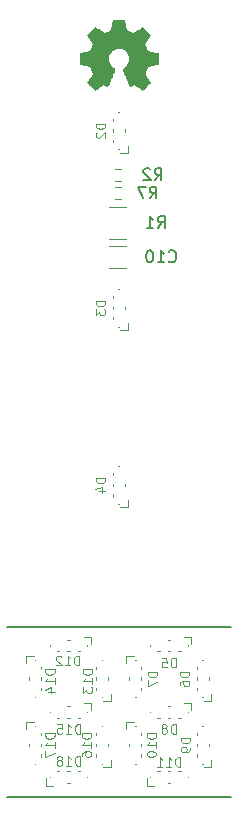
<source format=gbr>
%TF.GenerationSoftware,KiCad,Pcbnew,6.0.2*%
%TF.CreationDate,2022-05-05T15:52:23+02:00*%
%TF.ProjectId,espriktning-rear.sch,65737072-696b-4746-9e69-6e672d726561,rev?*%
%TF.SameCoordinates,Original*%
%TF.FileFunction,Legend,Bot*%
%TF.FilePolarity,Positive*%
%FSLAX46Y46*%
G04 Gerber Fmt 4.6, Leading zero omitted, Abs format (unit mm)*
G04 Created by KiCad (PCBNEW 6.0.2) date 2022-05-05 15:52:23*
%MOMM*%
%LPD*%
G01*
G04 APERTURE LIST*
%ADD10C,0.150000*%
%ADD11C,0.120000*%
%ADD12C,0.010000*%
G04 APERTURE END LIST*
D10*
X30500000Y-83000000D02*
X49500000Y-83000000D01*
X30500000Y-97400000D02*
X49500000Y-97400000D01*
D11*
%TO.C,D2*%
X38861904Y-40409523D02*
X38061904Y-40409523D01*
X38061904Y-40600000D01*
X38100000Y-40714285D01*
X38176190Y-40790476D01*
X38252380Y-40828571D01*
X38404761Y-40866666D01*
X38519047Y-40866666D01*
X38671428Y-40828571D01*
X38747619Y-40790476D01*
X38823809Y-40714285D01*
X38861904Y-40600000D01*
X38861904Y-40409523D01*
X38138095Y-41171428D02*
X38100000Y-41209523D01*
X38061904Y-41285714D01*
X38061904Y-41476190D01*
X38100000Y-41552380D01*
X38138095Y-41590476D01*
X38214285Y-41628571D01*
X38290476Y-41628571D01*
X38404761Y-41590476D01*
X38861904Y-41133333D01*
X38861904Y-41628571D01*
%TO.C,D3*%
X38861904Y-55409523D02*
X38061904Y-55409523D01*
X38061904Y-55600000D01*
X38100000Y-55714285D01*
X38176190Y-55790476D01*
X38252380Y-55828571D01*
X38404761Y-55866666D01*
X38519047Y-55866666D01*
X38671428Y-55828571D01*
X38747619Y-55790476D01*
X38823809Y-55714285D01*
X38861904Y-55600000D01*
X38861904Y-55409523D01*
X38061904Y-56133333D02*
X38061904Y-56628571D01*
X38366666Y-56361904D01*
X38366666Y-56476190D01*
X38404761Y-56552380D01*
X38442857Y-56590476D01*
X38519047Y-56628571D01*
X38709523Y-56628571D01*
X38785714Y-56590476D01*
X38823809Y-56552380D01*
X38861904Y-56476190D01*
X38861904Y-56247619D01*
X38823809Y-56171428D01*
X38785714Y-56133333D01*
%TO.C,D4*%
X38861904Y-70409523D02*
X38061904Y-70409523D01*
X38061904Y-70600000D01*
X38100000Y-70714285D01*
X38176190Y-70790476D01*
X38252380Y-70828571D01*
X38404761Y-70866666D01*
X38519047Y-70866666D01*
X38671428Y-70828571D01*
X38747619Y-70790476D01*
X38823809Y-70714285D01*
X38861904Y-70600000D01*
X38861904Y-70409523D01*
X38328571Y-71552380D02*
X38861904Y-71552380D01*
X38023809Y-71361904D02*
X38595238Y-71171428D01*
X38595238Y-71666666D01*
%TO.C,D5*%
X44840476Y-86461904D02*
X44840476Y-85661904D01*
X44650000Y-85661904D01*
X44535714Y-85700000D01*
X44459523Y-85776190D01*
X44421428Y-85852380D01*
X44383333Y-86004761D01*
X44383333Y-86119047D01*
X44421428Y-86271428D01*
X44459523Y-86347619D01*
X44535714Y-86423809D01*
X44650000Y-86461904D01*
X44840476Y-86461904D01*
X43659523Y-85661904D02*
X44040476Y-85661904D01*
X44078571Y-86042857D01*
X44040476Y-86004761D01*
X43964285Y-85966666D01*
X43773809Y-85966666D01*
X43697619Y-86004761D01*
X43659523Y-86042857D01*
X43621428Y-86119047D01*
X43621428Y-86309523D01*
X43659523Y-86385714D01*
X43697619Y-86423809D01*
X43773809Y-86461904D01*
X43964285Y-86461904D01*
X44040476Y-86423809D01*
X44078571Y-86385714D01*
%TO.C,D6*%
X45961904Y-86809523D02*
X45161904Y-86809523D01*
X45161904Y-87000000D01*
X45200000Y-87114285D01*
X45276190Y-87190476D01*
X45352380Y-87228571D01*
X45504761Y-87266666D01*
X45619047Y-87266666D01*
X45771428Y-87228571D01*
X45847619Y-87190476D01*
X45923809Y-87114285D01*
X45961904Y-87000000D01*
X45961904Y-86809523D01*
X45161904Y-87952380D02*
X45161904Y-87800000D01*
X45200000Y-87723809D01*
X45238095Y-87685714D01*
X45352380Y-87609523D01*
X45504761Y-87571428D01*
X45809523Y-87571428D01*
X45885714Y-87609523D01*
X45923809Y-87647619D01*
X45961904Y-87723809D01*
X45961904Y-87876190D01*
X45923809Y-87952380D01*
X45885714Y-87990476D01*
X45809523Y-88028571D01*
X45619047Y-88028571D01*
X45542857Y-87990476D01*
X45504761Y-87952380D01*
X45466666Y-87876190D01*
X45466666Y-87723809D01*
X45504761Y-87647619D01*
X45542857Y-87609523D01*
X45619047Y-87571428D01*
%TO.C,D7*%
X43261904Y-86809523D02*
X42461904Y-86809523D01*
X42461904Y-87000000D01*
X42500000Y-87114285D01*
X42576190Y-87190476D01*
X42652380Y-87228571D01*
X42804761Y-87266666D01*
X42919047Y-87266666D01*
X43071428Y-87228571D01*
X43147619Y-87190476D01*
X43223809Y-87114285D01*
X43261904Y-87000000D01*
X43261904Y-86809523D01*
X42461904Y-87533333D02*
X42461904Y-88066666D01*
X43261904Y-87723809D01*
%TO.C,D8*%
X44840476Y-92061904D02*
X44840476Y-91261904D01*
X44650000Y-91261904D01*
X44535714Y-91300000D01*
X44459523Y-91376190D01*
X44421428Y-91452380D01*
X44383333Y-91604761D01*
X44383333Y-91719047D01*
X44421428Y-91871428D01*
X44459523Y-91947619D01*
X44535714Y-92023809D01*
X44650000Y-92061904D01*
X44840476Y-92061904D01*
X43926190Y-91604761D02*
X44002380Y-91566666D01*
X44040476Y-91528571D01*
X44078571Y-91452380D01*
X44078571Y-91414285D01*
X44040476Y-91338095D01*
X44002380Y-91300000D01*
X43926190Y-91261904D01*
X43773809Y-91261904D01*
X43697619Y-91300000D01*
X43659523Y-91338095D01*
X43621428Y-91414285D01*
X43621428Y-91452380D01*
X43659523Y-91528571D01*
X43697619Y-91566666D01*
X43773809Y-91604761D01*
X43926190Y-91604761D01*
X44002380Y-91642857D01*
X44040476Y-91680952D01*
X44078571Y-91757142D01*
X44078571Y-91909523D01*
X44040476Y-91985714D01*
X44002380Y-92023809D01*
X43926190Y-92061904D01*
X43773809Y-92061904D01*
X43697619Y-92023809D01*
X43659523Y-91985714D01*
X43621428Y-91909523D01*
X43621428Y-91757142D01*
X43659523Y-91680952D01*
X43697619Y-91642857D01*
X43773809Y-91604761D01*
%TO.C,D9*%
X46061904Y-92409523D02*
X45261904Y-92409523D01*
X45261904Y-92600000D01*
X45300000Y-92714285D01*
X45376190Y-92790476D01*
X45452380Y-92828571D01*
X45604761Y-92866666D01*
X45719047Y-92866666D01*
X45871428Y-92828571D01*
X45947619Y-92790476D01*
X46023809Y-92714285D01*
X46061904Y-92600000D01*
X46061904Y-92409523D01*
X46061904Y-93247619D02*
X46061904Y-93400000D01*
X46023809Y-93476190D01*
X45985714Y-93514285D01*
X45871428Y-93590476D01*
X45719047Y-93628571D01*
X45414285Y-93628571D01*
X45338095Y-93590476D01*
X45300000Y-93552380D01*
X45261904Y-93476190D01*
X45261904Y-93323809D01*
X45300000Y-93247619D01*
X45338095Y-93209523D01*
X45414285Y-93171428D01*
X45604761Y-93171428D01*
X45680952Y-93209523D01*
X45719047Y-93247619D01*
X45757142Y-93323809D01*
X45757142Y-93476190D01*
X45719047Y-93552380D01*
X45680952Y-93590476D01*
X45604761Y-93628571D01*
%TO.C,D10*%
X43161904Y-92028571D02*
X42361904Y-92028571D01*
X42361904Y-92219047D01*
X42400000Y-92333333D01*
X42476190Y-92409523D01*
X42552380Y-92447619D01*
X42704761Y-92485714D01*
X42819047Y-92485714D01*
X42971428Y-92447619D01*
X43047619Y-92409523D01*
X43123809Y-92333333D01*
X43161904Y-92219047D01*
X43161904Y-92028571D01*
X43161904Y-93247619D02*
X43161904Y-92790476D01*
X43161904Y-93019047D02*
X42361904Y-93019047D01*
X42476190Y-92942857D01*
X42552380Y-92866666D01*
X42590476Y-92790476D01*
X42361904Y-93742857D02*
X42361904Y-93819047D01*
X42400000Y-93895238D01*
X42438095Y-93933333D01*
X42514285Y-93971428D01*
X42666666Y-94009523D01*
X42857142Y-94009523D01*
X43009523Y-93971428D01*
X43085714Y-93933333D01*
X43123809Y-93895238D01*
X43161904Y-93819047D01*
X43161904Y-93742857D01*
X43123809Y-93666666D01*
X43085714Y-93628571D01*
X43009523Y-93590476D01*
X42857142Y-93552380D01*
X42666666Y-93552380D01*
X42514285Y-93590476D01*
X42438095Y-93628571D01*
X42400000Y-93666666D01*
X42361904Y-93742857D01*
%TO.C,D11*%
X45221428Y-94861904D02*
X45221428Y-94061904D01*
X45030952Y-94061904D01*
X44916666Y-94100000D01*
X44840476Y-94176190D01*
X44802380Y-94252380D01*
X44764285Y-94404761D01*
X44764285Y-94519047D01*
X44802380Y-94671428D01*
X44840476Y-94747619D01*
X44916666Y-94823809D01*
X45030952Y-94861904D01*
X45221428Y-94861904D01*
X44002380Y-94861904D02*
X44459523Y-94861904D01*
X44230952Y-94861904D02*
X44230952Y-94061904D01*
X44307142Y-94176190D01*
X44383333Y-94252380D01*
X44459523Y-94290476D01*
X43240476Y-94861904D02*
X43697619Y-94861904D01*
X43469047Y-94861904D02*
X43469047Y-94061904D01*
X43545238Y-94176190D01*
X43621428Y-94252380D01*
X43697619Y-94290476D01*
%TO.C,D12*%
X36671428Y-86261904D02*
X36671428Y-85461904D01*
X36480952Y-85461904D01*
X36366666Y-85500000D01*
X36290476Y-85576190D01*
X36252380Y-85652380D01*
X36214285Y-85804761D01*
X36214285Y-85919047D01*
X36252380Y-86071428D01*
X36290476Y-86147619D01*
X36366666Y-86223809D01*
X36480952Y-86261904D01*
X36671428Y-86261904D01*
X35452380Y-86261904D02*
X35909523Y-86261904D01*
X35680952Y-86261904D02*
X35680952Y-85461904D01*
X35757142Y-85576190D01*
X35833333Y-85652380D01*
X35909523Y-85690476D01*
X35147619Y-85538095D02*
X35109523Y-85500000D01*
X35033333Y-85461904D01*
X34842857Y-85461904D01*
X34766666Y-85500000D01*
X34728571Y-85538095D01*
X34690476Y-85614285D01*
X34690476Y-85690476D01*
X34728571Y-85804761D01*
X35185714Y-86261904D01*
X34690476Y-86261904D01*
%TO.C,D13*%
X37761904Y-86628571D02*
X36961904Y-86628571D01*
X36961904Y-86819047D01*
X37000000Y-86933333D01*
X37076190Y-87009523D01*
X37152380Y-87047619D01*
X37304761Y-87085714D01*
X37419047Y-87085714D01*
X37571428Y-87047619D01*
X37647619Y-87009523D01*
X37723809Y-86933333D01*
X37761904Y-86819047D01*
X37761904Y-86628571D01*
X37761904Y-87847619D02*
X37761904Y-87390476D01*
X37761904Y-87619047D02*
X36961904Y-87619047D01*
X37076190Y-87542857D01*
X37152380Y-87466666D01*
X37190476Y-87390476D01*
X36961904Y-88114285D02*
X36961904Y-88609523D01*
X37266666Y-88342857D01*
X37266666Y-88457142D01*
X37304761Y-88533333D01*
X37342857Y-88571428D01*
X37419047Y-88609523D01*
X37609523Y-88609523D01*
X37685714Y-88571428D01*
X37723809Y-88533333D01*
X37761904Y-88457142D01*
X37761904Y-88228571D01*
X37723809Y-88152380D01*
X37685714Y-88114285D01*
%TO.C,D14*%
X34561904Y-86628571D02*
X33761904Y-86628571D01*
X33761904Y-86819047D01*
X33800000Y-86933333D01*
X33876190Y-87009523D01*
X33952380Y-87047619D01*
X34104761Y-87085714D01*
X34219047Y-87085714D01*
X34371428Y-87047619D01*
X34447619Y-87009523D01*
X34523809Y-86933333D01*
X34561904Y-86819047D01*
X34561904Y-86628571D01*
X34561904Y-87847619D02*
X34561904Y-87390476D01*
X34561904Y-87619047D02*
X33761904Y-87619047D01*
X33876190Y-87542857D01*
X33952380Y-87466666D01*
X33990476Y-87390476D01*
X34028571Y-88533333D02*
X34561904Y-88533333D01*
X33723809Y-88342857D02*
X34295238Y-88152380D01*
X34295238Y-88647619D01*
%TO.C,D15*%
X36721428Y-92061904D02*
X36721428Y-91261904D01*
X36530952Y-91261904D01*
X36416666Y-91300000D01*
X36340476Y-91376190D01*
X36302380Y-91452380D01*
X36264285Y-91604761D01*
X36264285Y-91719047D01*
X36302380Y-91871428D01*
X36340476Y-91947619D01*
X36416666Y-92023809D01*
X36530952Y-92061904D01*
X36721428Y-92061904D01*
X35502380Y-92061904D02*
X35959523Y-92061904D01*
X35730952Y-92061904D02*
X35730952Y-91261904D01*
X35807142Y-91376190D01*
X35883333Y-91452380D01*
X35959523Y-91490476D01*
X34778571Y-91261904D02*
X35159523Y-91261904D01*
X35197619Y-91642857D01*
X35159523Y-91604761D01*
X35083333Y-91566666D01*
X34892857Y-91566666D01*
X34816666Y-91604761D01*
X34778571Y-91642857D01*
X34740476Y-91719047D01*
X34740476Y-91909523D01*
X34778571Y-91985714D01*
X34816666Y-92023809D01*
X34892857Y-92061904D01*
X35083333Y-92061904D01*
X35159523Y-92023809D01*
X35197619Y-91985714D01*
%TO.C,D16*%
X37661904Y-92028571D02*
X36861904Y-92028571D01*
X36861904Y-92219047D01*
X36900000Y-92333333D01*
X36976190Y-92409523D01*
X37052380Y-92447619D01*
X37204761Y-92485714D01*
X37319047Y-92485714D01*
X37471428Y-92447619D01*
X37547619Y-92409523D01*
X37623809Y-92333333D01*
X37661904Y-92219047D01*
X37661904Y-92028571D01*
X37661904Y-93247619D02*
X37661904Y-92790476D01*
X37661904Y-93019047D02*
X36861904Y-93019047D01*
X36976190Y-92942857D01*
X37052380Y-92866666D01*
X37090476Y-92790476D01*
X36861904Y-93933333D02*
X36861904Y-93780952D01*
X36900000Y-93704761D01*
X36938095Y-93666666D01*
X37052380Y-93590476D01*
X37204761Y-93552380D01*
X37509523Y-93552380D01*
X37585714Y-93590476D01*
X37623809Y-93628571D01*
X37661904Y-93704761D01*
X37661904Y-93857142D01*
X37623809Y-93933333D01*
X37585714Y-93971428D01*
X37509523Y-94009523D01*
X37319047Y-94009523D01*
X37242857Y-93971428D01*
X37204761Y-93933333D01*
X37166666Y-93857142D01*
X37166666Y-93704761D01*
X37204761Y-93628571D01*
X37242857Y-93590476D01*
X37319047Y-93552380D01*
%TO.C,D17*%
X34561904Y-92028571D02*
X33761904Y-92028571D01*
X33761904Y-92219047D01*
X33800000Y-92333333D01*
X33876190Y-92409523D01*
X33952380Y-92447619D01*
X34104761Y-92485714D01*
X34219047Y-92485714D01*
X34371428Y-92447619D01*
X34447619Y-92409523D01*
X34523809Y-92333333D01*
X34561904Y-92219047D01*
X34561904Y-92028571D01*
X34561904Y-93247619D02*
X34561904Y-92790476D01*
X34561904Y-93019047D02*
X33761904Y-93019047D01*
X33876190Y-92942857D01*
X33952380Y-92866666D01*
X33990476Y-92790476D01*
X33761904Y-93514285D02*
X33761904Y-94047619D01*
X34561904Y-93704761D01*
%TO.C,D18*%
X36721428Y-94761904D02*
X36721428Y-93961904D01*
X36530952Y-93961904D01*
X36416666Y-94000000D01*
X36340476Y-94076190D01*
X36302380Y-94152380D01*
X36264285Y-94304761D01*
X36264285Y-94419047D01*
X36302380Y-94571428D01*
X36340476Y-94647619D01*
X36416666Y-94723809D01*
X36530952Y-94761904D01*
X36721428Y-94761904D01*
X35502380Y-94761904D02*
X35959523Y-94761904D01*
X35730952Y-94761904D02*
X35730952Y-93961904D01*
X35807142Y-94076190D01*
X35883333Y-94152380D01*
X35959523Y-94190476D01*
X35045238Y-94304761D02*
X35121428Y-94266666D01*
X35159523Y-94228571D01*
X35197619Y-94152380D01*
X35197619Y-94114285D01*
X35159523Y-94038095D01*
X35121428Y-94000000D01*
X35045238Y-93961904D01*
X34892857Y-93961904D01*
X34816666Y-94000000D01*
X34778571Y-94038095D01*
X34740476Y-94114285D01*
X34740476Y-94152380D01*
X34778571Y-94228571D01*
X34816666Y-94266666D01*
X34892857Y-94304761D01*
X35045238Y-94304761D01*
X35121428Y-94342857D01*
X35159523Y-94380952D01*
X35197619Y-94457142D01*
X35197619Y-94609523D01*
X35159523Y-94685714D01*
X35121428Y-94723809D01*
X35045238Y-94761904D01*
X34892857Y-94761904D01*
X34816666Y-94723809D01*
X34778571Y-94685714D01*
X34740476Y-94609523D01*
X34740476Y-94457142D01*
X34778571Y-94380952D01*
X34816666Y-94342857D01*
X34892857Y-94304761D01*
D10*
%TO.C,R7*%
X42616666Y-46752380D02*
X42950000Y-46276190D01*
X43188095Y-46752380D02*
X43188095Y-45752380D01*
X42807142Y-45752380D01*
X42711904Y-45800000D01*
X42664285Y-45847619D01*
X42616666Y-45942857D01*
X42616666Y-46085714D01*
X42664285Y-46180952D01*
X42711904Y-46228571D01*
X42807142Y-46276190D01*
X43188095Y-46276190D01*
X42283333Y-45752380D02*
X41616666Y-45752380D01*
X42045238Y-46752380D01*
%TO.C,R1*%
X43316666Y-49252380D02*
X43650000Y-48776190D01*
X43888095Y-49252380D02*
X43888095Y-48252380D01*
X43507142Y-48252380D01*
X43411904Y-48300000D01*
X43364285Y-48347619D01*
X43316666Y-48442857D01*
X43316666Y-48585714D01*
X43364285Y-48680952D01*
X43411904Y-48728571D01*
X43507142Y-48776190D01*
X43888095Y-48776190D01*
X42364285Y-49252380D02*
X42935714Y-49252380D01*
X42650000Y-49252380D02*
X42650000Y-48252380D01*
X42745238Y-48395238D01*
X42840476Y-48490476D01*
X42935714Y-48538095D01*
%TO.C,C10*%
X44242857Y-52057142D02*
X44290476Y-52104761D01*
X44433333Y-52152380D01*
X44528571Y-52152380D01*
X44671428Y-52104761D01*
X44766666Y-52009523D01*
X44814285Y-51914285D01*
X44861904Y-51723809D01*
X44861904Y-51580952D01*
X44814285Y-51390476D01*
X44766666Y-51295238D01*
X44671428Y-51200000D01*
X44528571Y-51152380D01*
X44433333Y-51152380D01*
X44290476Y-51200000D01*
X44242857Y-51247619D01*
X43290476Y-52152380D02*
X43861904Y-52152380D01*
X43576190Y-52152380D02*
X43576190Y-51152380D01*
X43671428Y-51295238D01*
X43766666Y-51390476D01*
X43861904Y-51438095D01*
X42671428Y-51152380D02*
X42576190Y-51152380D01*
X42480952Y-51200000D01*
X42433333Y-51247619D01*
X42385714Y-51342857D01*
X42338095Y-51533333D01*
X42338095Y-51771428D01*
X42385714Y-51961904D01*
X42433333Y-52057142D01*
X42480952Y-52104761D01*
X42576190Y-52152380D01*
X42671428Y-52152380D01*
X42766666Y-52104761D01*
X42814285Y-52057142D01*
X42861904Y-51961904D01*
X42909523Y-51771428D01*
X42909523Y-51533333D01*
X42861904Y-51342857D01*
X42814285Y-51247619D01*
X42766666Y-51200000D01*
X42671428Y-51152380D01*
%TO.C,R2*%
X43041666Y-45202380D02*
X43375000Y-44726190D01*
X43613095Y-45202380D02*
X43613095Y-44202380D01*
X43232142Y-44202380D01*
X43136904Y-44250000D01*
X43089285Y-44297619D01*
X43041666Y-44392857D01*
X43041666Y-44535714D01*
X43089285Y-44630952D01*
X43136904Y-44678571D01*
X43232142Y-44726190D01*
X43613095Y-44726190D01*
X42660714Y-44297619D02*
X42613095Y-44250000D01*
X42517857Y-44202380D01*
X42279761Y-44202380D01*
X42184523Y-44250000D01*
X42136904Y-44297619D01*
X42089285Y-44392857D01*
X42089285Y-44488095D01*
X42136904Y-44630952D01*
X42708333Y-45202380D01*
X42089285Y-45202380D01*
D11*
%TO.C,D2*%
X40000000Y-42600000D02*
X39950000Y-42600000D01*
X39950000Y-39400000D02*
X40000000Y-39400000D01*
X40500000Y-41100000D02*
X40500000Y-40900000D01*
X39500000Y-42000000D02*
X39500000Y-41800000D01*
X39500000Y-40200000D02*
X39500000Y-40000000D01*
X40100000Y-42900000D02*
X40750000Y-42900000D01*
X39500000Y-41100000D02*
X39500000Y-40900000D01*
X40750000Y-42900000D02*
X40750000Y-42300000D01*
%TO.C,D3*%
X40000000Y-57600000D02*
X39950000Y-57600000D01*
X39500000Y-56100000D02*
X39500000Y-55900000D01*
X39500000Y-55200000D02*
X39500000Y-55000000D01*
X40750000Y-57900000D02*
X40750000Y-57300000D01*
X40500000Y-56100000D02*
X40500000Y-55900000D01*
X39950000Y-54400000D02*
X40000000Y-54400000D01*
X40100000Y-57900000D02*
X40750000Y-57900000D01*
X39500000Y-57000000D02*
X39500000Y-56800000D01*
%TO.C,D4*%
X39950000Y-69400000D02*
X40000000Y-69400000D01*
X39500000Y-71100000D02*
X39500000Y-70900000D01*
X39500000Y-70200000D02*
X39500000Y-70000000D01*
X39500000Y-72000000D02*
X39500000Y-71800000D01*
X40750000Y-72900000D02*
X40750000Y-72300000D01*
X40000000Y-72600000D02*
X39950000Y-72600000D01*
X40500000Y-71100000D02*
X40500000Y-70900000D01*
X40100000Y-72900000D02*
X40750000Y-72900000D01*
%TO.C,D5*%
X44350000Y-85100000D02*
X44150000Y-85100000D01*
X45850000Y-84600000D02*
X45850000Y-84650000D01*
X42650000Y-84650000D02*
X42650000Y-84600000D01*
X45250000Y-85100000D02*
X45050000Y-85100000D01*
X46150000Y-84500000D02*
X46150000Y-83850000D01*
X44350000Y-84100000D02*
X44150000Y-84100000D01*
X46150000Y-83850000D02*
X45550000Y-83850000D01*
X43450000Y-85100000D02*
X43250000Y-85100000D01*
%TO.C,D6*%
X47200000Y-89300000D02*
X47850000Y-89300000D01*
X46600000Y-88400000D02*
X46600000Y-88200000D01*
X46600000Y-87500000D02*
X46600000Y-87300000D01*
X47850000Y-89300000D02*
X47850000Y-88700000D01*
X47600000Y-87500000D02*
X47600000Y-87300000D01*
X47100000Y-89000000D02*
X47050000Y-89000000D01*
X47050000Y-85800000D02*
X47100000Y-85800000D01*
X46600000Y-86600000D02*
X46600000Y-86400000D01*
%TO.C,D7*%
X41900000Y-88200000D02*
X41900000Y-88400000D01*
X40650000Y-85500000D02*
X40650000Y-86100000D01*
X41450000Y-89000000D02*
X41400000Y-89000000D01*
X40900000Y-87300000D02*
X40900000Y-87500000D01*
X41900000Y-86400000D02*
X41900000Y-86600000D01*
X41900000Y-87300000D02*
X41900000Y-87500000D01*
X41300000Y-85500000D02*
X40650000Y-85500000D01*
X41400000Y-85800000D02*
X41450000Y-85800000D01*
%TO.C,D8*%
X46150000Y-89450000D02*
X45550000Y-89450000D01*
X44350000Y-89700000D02*
X44150000Y-89700000D01*
X46150000Y-90100000D02*
X46150000Y-89450000D01*
X45850000Y-90200000D02*
X45850000Y-90250000D01*
X43450000Y-90700000D02*
X43250000Y-90700000D01*
X44350000Y-90700000D02*
X44150000Y-90700000D01*
X42650000Y-90250000D02*
X42650000Y-90200000D01*
X45250000Y-90700000D02*
X45050000Y-90700000D01*
%TO.C,D9*%
X46600000Y-94000000D02*
X46600000Y-93800000D01*
X46600000Y-93100000D02*
X46600000Y-92900000D01*
X47200000Y-94900000D02*
X47850000Y-94900000D01*
X47100000Y-94600000D02*
X47050000Y-94600000D01*
X47600000Y-93100000D02*
X47600000Y-92900000D01*
X47850000Y-94900000D02*
X47850000Y-94300000D01*
X47050000Y-91400000D02*
X47100000Y-91400000D01*
X46600000Y-92200000D02*
X46600000Y-92000000D01*
%TO.C,D10*%
X40900000Y-92900000D02*
X40900000Y-93100000D01*
X41300000Y-91100000D02*
X40650000Y-91100000D01*
X40650000Y-91100000D02*
X40650000Y-91700000D01*
X41900000Y-92900000D02*
X41900000Y-93100000D01*
X41900000Y-93800000D02*
X41900000Y-94000000D01*
X41450000Y-94600000D02*
X41400000Y-94600000D01*
X41900000Y-92000000D02*
X41900000Y-92200000D01*
X41400000Y-91400000D02*
X41450000Y-91400000D01*
%TO.C,D11*%
X45050000Y-95250000D02*
X45250000Y-95250000D01*
X44150000Y-95250000D02*
X44350000Y-95250000D01*
X42350000Y-95850000D02*
X42350000Y-96500000D01*
X45850000Y-95700000D02*
X45850000Y-95750000D01*
X43250000Y-95250000D02*
X43450000Y-95250000D01*
X42650000Y-95750000D02*
X42650000Y-95700000D01*
X44150000Y-96250000D02*
X44350000Y-96250000D01*
X42350000Y-96500000D02*
X42950000Y-96500000D01*
%TO.C,D12*%
X35850000Y-85100000D02*
X35650000Y-85100000D01*
X37350000Y-84600000D02*
X37350000Y-84650000D01*
X37650000Y-84500000D02*
X37650000Y-83850000D01*
X34150000Y-84650000D02*
X34150000Y-84600000D01*
X34950000Y-85100000D02*
X34750000Y-85100000D01*
X35850000Y-84100000D02*
X35650000Y-84100000D01*
X36750000Y-85100000D02*
X36550000Y-85100000D01*
X37650000Y-83850000D02*
X37050000Y-83850000D01*
%TO.C,D13*%
X38550000Y-85800000D02*
X38600000Y-85800000D01*
X39350000Y-89300000D02*
X39350000Y-88700000D01*
X38100000Y-87500000D02*
X38100000Y-87300000D01*
X38600000Y-89000000D02*
X38550000Y-89000000D01*
X38100000Y-88400000D02*
X38100000Y-88200000D01*
X38100000Y-86600000D02*
X38100000Y-86400000D01*
X39100000Y-87500000D02*
X39100000Y-87300000D01*
X38700000Y-89300000D02*
X39350000Y-89300000D01*
%TO.C,D14*%
X32150000Y-85500000D02*
X32150000Y-86100000D01*
X32900000Y-85800000D02*
X32950000Y-85800000D01*
X33400000Y-88200000D02*
X33400000Y-88400000D01*
X32400000Y-87300000D02*
X32400000Y-87500000D01*
X33400000Y-86400000D02*
X33400000Y-86600000D01*
X32800000Y-85500000D02*
X32150000Y-85500000D01*
X33400000Y-87300000D02*
X33400000Y-87500000D01*
X32950000Y-89000000D02*
X32900000Y-89000000D01*
%TO.C,D15*%
X35850000Y-89700000D02*
X35650000Y-89700000D01*
X34950000Y-90700000D02*
X34750000Y-90700000D01*
X36750000Y-90700000D02*
X36550000Y-90700000D01*
X37650000Y-90100000D02*
X37650000Y-89450000D01*
X35850000Y-90700000D02*
X35650000Y-90700000D01*
X37350000Y-90200000D02*
X37350000Y-90250000D01*
X34150000Y-90250000D02*
X34150000Y-90200000D01*
X37650000Y-89450000D02*
X37050000Y-89450000D01*
%TO.C,D16*%
X38700000Y-94900000D02*
X39350000Y-94900000D01*
X38100000Y-94000000D02*
X38100000Y-93800000D01*
X38550000Y-91400000D02*
X38600000Y-91400000D01*
X39350000Y-94900000D02*
X39350000Y-94300000D01*
X38600000Y-94600000D02*
X38550000Y-94600000D01*
X39100000Y-93100000D02*
X39100000Y-92900000D01*
X38100000Y-92200000D02*
X38100000Y-92000000D01*
X38100000Y-93100000D02*
X38100000Y-92900000D01*
%TO.C,D17*%
X32800000Y-91100000D02*
X32150000Y-91100000D01*
X32950000Y-94600000D02*
X32900000Y-94600000D01*
X32400000Y-92900000D02*
X32400000Y-93100000D01*
X32900000Y-91400000D02*
X32950000Y-91400000D01*
X33400000Y-92900000D02*
X33400000Y-93100000D01*
X33400000Y-93800000D02*
X33400000Y-94000000D01*
X33400000Y-92000000D02*
X33400000Y-92200000D01*
X32150000Y-91100000D02*
X32150000Y-91700000D01*
%TO.C,D18*%
X35650000Y-96250000D02*
X35850000Y-96250000D01*
X35650000Y-95250000D02*
X35850000Y-95250000D01*
X36550000Y-95250000D02*
X36750000Y-95250000D01*
X34750000Y-95250000D02*
X34950000Y-95250000D01*
X37350000Y-95700000D02*
X37350000Y-95750000D01*
X34150000Y-95750000D02*
X34150000Y-95700000D01*
X33850000Y-96500000D02*
X34450000Y-96500000D01*
X33850000Y-95850000D02*
X33850000Y-96500000D01*
%TO.C,R7*%
X40187258Y-46822500D02*
X39712742Y-46822500D01*
X40187258Y-45777500D02*
X39712742Y-45777500D01*
D12*
%TO.C,REF\u002A\u002A*%
X39444186Y-32068931D02*
X39360365Y-32513555D01*
X39360365Y-32513555D02*
X39051080Y-32641053D01*
X39051080Y-32641053D02*
X38741794Y-32768551D01*
X38741794Y-32768551D02*
X38370754Y-32516246D01*
X38370754Y-32516246D02*
X38266843Y-32445996D01*
X38266843Y-32445996D02*
X38172913Y-32383272D01*
X38172913Y-32383272D02*
X38093348Y-32330938D01*
X38093348Y-32330938D02*
X38032530Y-32291857D01*
X38032530Y-32291857D02*
X37994843Y-32268893D01*
X37994843Y-32268893D02*
X37984579Y-32263942D01*
X37984579Y-32263942D02*
X37966090Y-32276676D01*
X37966090Y-32276676D02*
X37926580Y-32311882D01*
X37926580Y-32311882D02*
X37870478Y-32365062D01*
X37870478Y-32365062D02*
X37802213Y-32431718D01*
X37802213Y-32431718D02*
X37726214Y-32507354D01*
X37726214Y-32507354D02*
X37646908Y-32587472D01*
X37646908Y-32587472D02*
X37568725Y-32667574D01*
X37568725Y-32667574D02*
X37496093Y-32743164D01*
X37496093Y-32743164D02*
X37433441Y-32809745D01*
X37433441Y-32809745D02*
X37385197Y-32862818D01*
X37385197Y-32862818D02*
X37355790Y-32897887D01*
X37355790Y-32897887D02*
X37348759Y-32909623D01*
X37348759Y-32909623D02*
X37358877Y-32931260D01*
X37358877Y-32931260D02*
X37387241Y-32978662D01*
X37387241Y-32978662D02*
X37430871Y-33047193D01*
X37430871Y-33047193D02*
X37486782Y-33132215D01*
X37486782Y-33132215D02*
X37551994Y-33229093D01*
X37551994Y-33229093D02*
X37589781Y-33284350D01*
X37589781Y-33284350D02*
X37658657Y-33385248D01*
X37658657Y-33385248D02*
X37719860Y-33476299D01*
X37719860Y-33476299D02*
X37770422Y-33552970D01*
X37770422Y-33552970D02*
X37807372Y-33610728D01*
X37807372Y-33610728D02*
X37827742Y-33645043D01*
X37827742Y-33645043D02*
X37830803Y-33652254D01*
X37830803Y-33652254D02*
X37823864Y-33672748D01*
X37823864Y-33672748D02*
X37804949Y-33720513D01*
X37804949Y-33720513D02*
X37776913Y-33788832D01*
X37776913Y-33788832D02*
X37742609Y-33870989D01*
X37742609Y-33870989D02*
X37704891Y-33960270D01*
X37704891Y-33960270D02*
X37666613Y-34049958D01*
X37666613Y-34049958D02*
X37630630Y-34133338D01*
X37630630Y-34133338D02*
X37599794Y-34203694D01*
X37599794Y-34203694D02*
X37576961Y-34254310D01*
X37576961Y-34254310D02*
X37564983Y-34278471D01*
X37564983Y-34278471D02*
X37564276Y-34279422D01*
X37564276Y-34279422D02*
X37545469Y-34284036D01*
X37545469Y-34284036D02*
X37495382Y-34294328D01*
X37495382Y-34294328D02*
X37419207Y-34309287D01*
X37419207Y-34309287D02*
X37322135Y-34327901D01*
X37322135Y-34327901D02*
X37209357Y-34349159D01*
X37209357Y-34349159D02*
X37143558Y-34361418D01*
X37143558Y-34361418D02*
X37023050Y-34384362D01*
X37023050Y-34384362D02*
X36914203Y-34406195D01*
X36914203Y-34406195D02*
X36822524Y-34425722D01*
X36822524Y-34425722D02*
X36753519Y-34441748D01*
X36753519Y-34441748D02*
X36712696Y-34453079D01*
X36712696Y-34453079D02*
X36704489Y-34456674D01*
X36704489Y-34456674D02*
X36696452Y-34481006D01*
X36696452Y-34481006D02*
X36689967Y-34535959D01*
X36689967Y-34535959D02*
X36685030Y-34615108D01*
X36685030Y-34615108D02*
X36681636Y-34712026D01*
X36681636Y-34712026D02*
X36679782Y-34820287D01*
X36679782Y-34820287D02*
X36679462Y-34933465D01*
X36679462Y-34933465D02*
X36680673Y-35045135D01*
X36680673Y-35045135D02*
X36683410Y-35148868D01*
X36683410Y-35148868D02*
X36687669Y-35238241D01*
X36687669Y-35238241D02*
X36693445Y-35306826D01*
X36693445Y-35306826D02*
X36700733Y-35348197D01*
X36700733Y-35348197D02*
X36705105Y-35356810D01*
X36705105Y-35356810D02*
X36731236Y-35367133D01*
X36731236Y-35367133D02*
X36786607Y-35381892D01*
X36786607Y-35381892D02*
X36863893Y-35399352D01*
X36863893Y-35399352D02*
X36955770Y-35417780D01*
X36955770Y-35417780D02*
X36987842Y-35423741D01*
X36987842Y-35423741D02*
X37142476Y-35452066D01*
X37142476Y-35452066D02*
X37264625Y-35474876D01*
X37264625Y-35474876D02*
X37358327Y-35493080D01*
X37358327Y-35493080D02*
X37427616Y-35507583D01*
X37427616Y-35507583D02*
X37476529Y-35519292D01*
X37476529Y-35519292D02*
X37509103Y-35529115D01*
X37509103Y-35529115D02*
X37529372Y-35537956D01*
X37529372Y-35537956D02*
X37541374Y-35546724D01*
X37541374Y-35546724D02*
X37543053Y-35548457D01*
X37543053Y-35548457D02*
X37559816Y-35576371D01*
X37559816Y-35576371D02*
X37585386Y-35630695D01*
X37585386Y-35630695D02*
X37617212Y-35704777D01*
X37617212Y-35704777D02*
X37652740Y-35791965D01*
X37652740Y-35791965D02*
X37689417Y-35885608D01*
X37689417Y-35885608D02*
X37724689Y-35979052D01*
X37724689Y-35979052D02*
X37756004Y-36065647D01*
X37756004Y-36065647D02*
X37780807Y-36138740D01*
X37780807Y-36138740D02*
X37796546Y-36191678D01*
X37796546Y-36191678D02*
X37800668Y-36217811D01*
X37800668Y-36217811D02*
X37800324Y-36218726D01*
X37800324Y-36218726D02*
X37786359Y-36240086D01*
X37786359Y-36240086D02*
X37754678Y-36287084D01*
X37754678Y-36287084D02*
X37708609Y-36354827D01*
X37708609Y-36354827D02*
X37651482Y-36438423D01*
X37651482Y-36438423D02*
X37586627Y-36532982D01*
X37586627Y-36532982D02*
X37568157Y-36559854D01*
X37568157Y-36559854D02*
X37502301Y-36657275D01*
X37502301Y-36657275D02*
X37444350Y-36746163D01*
X37444350Y-36746163D02*
X37397462Y-36821412D01*
X37397462Y-36821412D02*
X37364793Y-36877920D01*
X37364793Y-36877920D02*
X37349500Y-36910581D01*
X37349500Y-36910581D02*
X37348759Y-36914593D01*
X37348759Y-36914593D02*
X37361608Y-36935684D01*
X37361608Y-36935684D02*
X37397112Y-36977464D01*
X37397112Y-36977464D02*
X37450707Y-37035445D01*
X37450707Y-37035445D02*
X37517829Y-37105135D01*
X37517829Y-37105135D02*
X37593913Y-37182045D01*
X37593913Y-37182045D02*
X37674396Y-37261683D01*
X37674396Y-37261683D02*
X37754713Y-37339561D01*
X37754713Y-37339561D02*
X37830301Y-37411186D01*
X37830301Y-37411186D02*
X37896595Y-37472070D01*
X37896595Y-37472070D02*
X37949031Y-37517721D01*
X37949031Y-37517721D02*
X37983045Y-37543650D01*
X37983045Y-37543650D02*
X37992455Y-37547883D01*
X37992455Y-37547883D02*
X38014357Y-37537912D01*
X38014357Y-37537912D02*
X38059200Y-37511020D01*
X38059200Y-37511020D02*
X38119679Y-37471736D01*
X38119679Y-37471736D02*
X38166211Y-37440117D01*
X38166211Y-37440117D02*
X38250525Y-37382098D01*
X38250525Y-37382098D02*
X38350374Y-37313784D01*
X38350374Y-37313784D02*
X38450527Y-37245579D01*
X38450527Y-37245579D02*
X38504373Y-37209075D01*
X38504373Y-37209075D02*
X38686629Y-37085800D01*
X38686629Y-37085800D02*
X38839619Y-37168520D01*
X38839619Y-37168520D02*
X38909318Y-37204759D01*
X38909318Y-37204759D02*
X38968586Y-37232926D01*
X38968586Y-37232926D02*
X39008689Y-37248991D01*
X39008689Y-37248991D02*
X39018897Y-37251226D01*
X39018897Y-37251226D02*
X39031171Y-37234722D01*
X39031171Y-37234722D02*
X39055387Y-37188082D01*
X39055387Y-37188082D02*
X39089737Y-37115609D01*
X39089737Y-37115609D02*
X39132412Y-37021606D01*
X39132412Y-37021606D02*
X39181606Y-36910374D01*
X39181606Y-36910374D02*
X39235510Y-36786215D01*
X39235510Y-36786215D02*
X39292316Y-36653432D01*
X39292316Y-36653432D02*
X39350218Y-36516327D01*
X39350218Y-36516327D02*
X39407407Y-36379202D01*
X39407407Y-36379202D02*
X39462076Y-36246358D01*
X39462076Y-36246358D02*
X39512416Y-36122098D01*
X39512416Y-36122098D02*
X39556620Y-36010725D01*
X39556620Y-36010725D02*
X39592881Y-35916539D01*
X39592881Y-35916539D02*
X39619391Y-35843844D01*
X39619391Y-35843844D02*
X39634342Y-35796941D01*
X39634342Y-35796941D02*
X39636746Y-35780833D01*
X39636746Y-35780833D02*
X39617689Y-35760286D01*
X39617689Y-35760286D02*
X39575964Y-35726933D01*
X39575964Y-35726933D02*
X39520294Y-35687702D01*
X39520294Y-35687702D02*
X39515622Y-35684599D01*
X39515622Y-35684599D02*
X39371736Y-35569423D01*
X39371736Y-35569423D02*
X39255717Y-35435053D01*
X39255717Y-35435053D02*
X39168570Y-35285784D01*
X39168570Y-35285784D02*
X39111301Y-35125913D01*
X39111301Y-35125913D02*
X39084914Y-34959737D01*
X39084914Y-34959737D02*
X39090415Y-34791552D01*
X39090415Y-34791552D02*
X39128810Y-34625655D01*
X39128810Y-34625655D02*
X39201105Y-34466342D01*
X39201105Y-34466342D02*
X39222374Y-34431487D01*
X39222374Y-34431487D02*
X39333004Y-34290737D01*
X39333004Y-34290737D02*
X39463698Y-34177714D01*
X39463698Y-34177714D02*
X39609936Y-34093003D01*
X39609936Y-34093003D02*
X39767192Y-34037194D01*
X39767192Y-34037194D02*
X39930943Y-34010874D01*
X39930943Y-34010874D02*
X40096667Y-34014630D01*
X40096667Y-34014630D02*
X40259838Y-34049050D01*
X40259838Y-34049050D02*
X40415935Y-34114723D01*
X40415935Y-34114723D02*
X40560433Y-34212235D01*
X40560433Y-34212235D02*
X40605131Y-34251813D01*
X40605131Y-34251813D02*
X40718888Y-34375703D01*
X40718888Y-34375703D02*
X40801782Y-34506124D01*
X40801782Y-34506124D02*
X40858644Y-34652315D01*
X40858644Y-34652315D02*
X40890313Y-34797088D01*
X40890313Y-34797088D02*
X40898131Y-34959860D01*
X40898131Y-34959860D02*
X40872062Y-35123440D01*
X40872062Y-35123440D02*
X40814755Y-35282298D01*
X40814755Y-35282298D02*
X40728856Y-35430906D01*
X40728856Y-35430906D02*
X40617014Y-35563735D01*
X40617014Y-35563735D02*
X40481877Y-35675256D01*
X40481877Y-35675256D02*
X40464117Y-35687011D01*
X40464117Y-35687011D02*
X40407850Y-35725508D01*
X40407850Y-35725508D02*
X40365077Y-35758863D01*
X40365077Y-35758863D02*
X40344628Y-35780160D01*
X40344628Y-35780160D02*
X40344331Y-35780833D01*
X40344331Y-35780833D02*
X40348721Y-35803871D01*
X40348721Y-35803871D02*
X40366124Y-35856157D01*
X40366124Y-35856157D02*
X40394732Y-35933390D01*
X40394732Y-35933390D02*
X40432735Y-36031268D01*
X40432735Y-36031268D02*
X40478326Y-36145491D01*
X40478326Y-36145491D02*
X40529697Y-36271758D01*
X40529697Y-36271758D02*
X40585038Y-36405767D01*
X40585038Y-36405767D02*
X40642542Y-36543218D01*
X40642542Y-36543218D02*
X40700399Y-36679808D01*
X40700399Y-36679808D02*
X40756802Y-36811237D01*
X40756802Y-36811237D02*
X40809942Y-36933205D01*
X40809942Y-36933205D02*
X40858010Y-37041409D01*
X40858010Y-37041409D02*
X40899199Y-37131549D01*
X40899199Y-37131549D02*
X40931699Y-37199323D01*
X40931699Y-37199323D02*
X40953703Y-37240430D01*
X40953703Y-37240430D02*
X40962564Y-37251226D01*
X40962564Y-37251226D02*
X40989640Y-37242819D01*
X40989640Y-37242819D02*
X41040303Y-37220272D01*
X41040303Y-37220272D02*
X41105817Y-37187613D01*
X41105817Y-37187613D02*
X41141841Y-37168520D01*
X41141841Y-37168520D02*
X41294832Y-37085800D01*
X41294832Y-37085800D02*
X41477088Y-37209075D01*
X41477088Y-37209075D02*
X41570125Y-37272228D01*
X41570125Y-37272228D02*
X41671985Y-37341727D01*
X41671985Y-37341727D02*
X41767438Y-37407165D01*
X41767438Y-37407165D02*
X41815250Y-37440117D01*
X41815250Y-37440117D02*
X41882495Y-37485273D01*
X41882495Y-37485273D02*
X41939436Y-37521057D01*
X41939436Y-37521057D02*
X41978646Y-37542938D01*
X41978646Y-37542938D02*
X41991381Y-37547563D01*
X41991381Y-37547563D02*
X42009917Y-37535085D01*
X42009917Y-37535085D02*
X42050941Y-37500252D01*
X42050941Y-37500252D02*
X42110475Y-37446678D01*
X42110475Y-37446678D02*
X42184542Y-37377983D01*
X42184542Y-37377983D02*
X42269165Y-37297781D01*
X42269165Y-37297781D02*
X42322685Y-37246286D01*
X42322685Y-37246286D02*
X42416319Y-37154286D01*
X42416319Y-37154286D02*
X42497241Y-37071999D01*
X42497241Y-37071999D02*
X42562177Y-37002945D01*
X42562177Y-37002945D02*
X42607858Y-36950644D01*
X42607858Y-36950644D02*
X42631011Y-36918616D01*
X42631011Y-36918616D02*
X42633232Y-36912116D01*
X42633232Y-36912116D02*
X42622924Y-36887394D01*
X42622924Y-36887394D02*
X42594439Y-36837405D01*
X42594439Y-36837405D02*
X42550937Y-36767212D01*
X42550937Y-36767212D02*
X42495577Y-36681875D01*
X42495577Y-36681875D02*
X42431520Y-36586456D01*
X42431520Y-36586456D02*
X42413303Y-36559854D01*
X42413303Y-36559854D02*
X42346927Y-36463167D01*
X42346927Y-36463167D02*
X42287378Y-36376117D01*
X42287378Y-36376117D02*
X42237984Y-36303595D01*
X42237984Y-36303595D02*
X42202075Y-36250493D01*
X42202075Y-36250493D02*
X42182981Y-36221703D01*
X42182981Y-36221703D02*
X42181136Y-36218726D01*
X42181136Y-36218726D02*
X42183895Y-36195782D01*
X42183895Y-36195782D02*
X42198538Y-36145336D01*
X42198538Y-36145336D02*
X42222513Y-36074041D01*
X42222513Y-36074041D02*
X42253266Y-35988547D01*
X42253266Y-35988547D02*
X42288244Y-35895507D01*
X42288244Y-35895507D02*
X42324893Y-35801574D01*
X42324893Y-35801574D02*
X42360661Y-35713399D01*
X42360661Y-35713399D02*
X42392994Y-35637634D01*
X42392994Y-35637634D02*
X42419338Y-35580931D01*
X42419338Y-35580931D02*
X42437142Y-35549943D01*
X42437142Y-35549943D02*
X42438407Y-35548457D01*
X42438407Y-35548457D02*
X42449294Y-35539601D01*
X42449294Y-35539601D02*
X42467682Y-35530843D01*
X42467682Y-35530843D02*
X42497606Y-35521277D01*
X42497606Y-35521277D02*
X42543103Y-35509996D01*
X42543103Y-35509996D02*
X42608209Y-35496093D01*
X42608209Y-35496093D02*
X42696961Y-35478663D01*
X42696961Y-35478663D02*
X42813393Y-35456798D01*
X42813393Y-35456798D02*
X42961542Y-35429591D01*
X42961542Y-35429591D02*
X42993618Y-35423741D01*
X42993618Y-35423741D02*
X43088686Y-35405374D01*
X43088686Y-35405374D02*
X43171565Y-35387405D01*
X43171565Y-35387405D02*
X43234930Y-35371569D01*
X43234930Y-35371569D02*
X43271458Y-35359600D01*
X43271458Y-35359600D02*
X43276356Y-35356810D01*
X43276356Y-35356810D02*
X43284427Y-35332072D01*
X43284427Y-35332072D02*
X43290987Y-35276790D01*
X43290987Y-35276790D02*
X43296033Y-35197389D01*
X43296033Y-35197389D02*
X43299559Y-35100296D01*
X43299559Y-35100296D02*
X43301561Y-34991938D01*
X43301561Y-34991938D02*
X43302036Y-34878740D01*
X43302036Y-34878740D02*
X43300977Y-34767128D01*
X43300977Y-34767128D02*
X43298382Y-34663529D01*
X43298382Y-34663529D02*
X43294246Y-34574368D01*
X43294246Y-34574368D02*
X43288563Y-34506072D01*
X43288563Y-34506072D02*
X43281331Y-34465066D01*
X43281331Y-34465066D02*
X43276971Y-34456674D01*
X43276971Y-34456674D02*
X43252698Y-34448208D01*
X43252698Y-34448208D02*
X43197426Y-34434435D01*
X43197426Y-34434435D02*
X43116662Y-34416550D01*
X43116662Y-34416550D02*
X43015912Y-34395748D01*
X43015912Y-34395748D02*
X42900683Y-34373223D01*
X42900683Y-34373223D02*
X42837902Y-34361418D01*
X42837902Y-34361418D02*
X42718787Y-34339151D01*
X42718787Y-34339151D02*
X42612565Y-34318979D01*
X42612565Y-34318979D02*
X42524427Y-34301915D01*
X42524427Y-34301915D02*
X42459566Y-34288969D01*
X42459566Y-34288969D02*
X42423174Y-34281155D01*
X42423174Y-34281155D02*
X42417184Y-34279422D01*
X42417184Y-34279422D02*
X42407061Y-34259890D01*
X42407061Y-34259890D02*
X42385662Y-34212843D01*
X42385662Y-34212843D02*
X42355839Y-34145003D01*
X42355839Y-34145003D02*
X42320445Y-34063091D01*
X42320445Y-34063091D02*
X42282332Y-33973828D01*
X42282332Y-33973828D02*
X42244353Y-33883935D01*
X42244353Y-33883935D02*
X42209360Y-33800135D01*
X42209360Y-33800135D02*
X42180206Y-33729147D01*
X42180206Y-33729147D02*
X42159743Y-33677694D01*
X42159743Y-33677694D02*
X42150823Y-33652497D01*
X42150823Y-33652497D02*
X42150657Y-33651396D01*
X42150657Y-33651396D02*
X42160769Y-33631519D01*
X42160769Y-33631519D02*
X42189117Y-33585777D01*
X42189117Y-33585777D02*
X42232723Y-33518717D01*
X42232723Y-33518717D02*
X42288606Y-33434884D01*
X42288606Y-33434884D02*
X42353787Y-33338826D01*
X42353787Y-33338826D02*
X42391679Y-33283650D01*
X42391679Y-33283650D02*
X42460725Y-33182481D01*
X42460725Y-33182481D02*
X42522050Y-33090630D01*
X42522050Y-33090630D02*
X42572663Y-33012744D01*
X42572663Y-33012744D02*
X42609571Y-32953469D01*
X42609571Y-32953469D02*
X42629782Y-32917451D01*
X42629782Y-32917451D02*
X42632701Y-32909377D01*
X42632701Y-32909377D02*
X42620153Y-32890584D01*
X42620153Y-32890584D02*
X42585463Y-32850457D01*
X42585463Y-32850457D02*
X42533063Y-32793493D01*
X42533063Y-32793493D02*
X42467384Y-32724185D01*
X42467384Y-32724185D02*
X42392856Y-32647031D01*
X42392856Y-32647031D02*
X42313913Y-32566525D01*
X42313913Y-32566525D02*
X42234983Y-32487163D01*
X42234983Y-32487163D02*
X42160500Y-32413440D01*
X42160500Y-32413440D02*
X42094894Y-32349852D01*
X42094894Y-32349852D02*
X42042596Y-32300894D01*
X42042596Y-32300894D02*
X42008039Y-32271061D01*
X42008039Y-32271061D02*
X41996478Y-32263942D01*
X41996478Y-32263942D02*
X41977654Y-32273953D01*
X41977654Y-32273953D02*
X41932631Y-32302078D01*
X41932631Y-32302078D02*
X41865787Y-32345454D01*
X41865787Y-32345454D02*
X41781499Y-32401218D01*
X41781499Y-32401218D02*
X41684144Y-32466506D01*
X41684144Y-32466506D02*
X41610707Y-32516246D01*
X41610707Y-32516246D02*
X41239667Y-32768551D01*
X41239667Y-32768551D02*
X40621095Y-32513555D01*
X40621095Y-32513555D02*
X40537275Y-32068931D01*
X40537275Y-32068931D02*
X40453454Y-31624307D01*
X40453454Y-31624307D02*
X39528006Y-31624307D01*
X39528006Y-31624307D02*
X39444186Y-32068931D01*
X39444186Y-32068931D02*
X39444186Y-32068931D01*
G36*
X40537275Y-32068931D02*
G01*
X40621095Y-32513555D01*
X41239667Y-32768551D01*
X41610707Y-32516246D01*
X41684144Y-32466506D01*
X41781499Y-32401218D01*
X41865787Y-32345454D01*
X41932631Y-32302078D01*
X41977654Y-32273953D01*
X41996478Y-32263942D01*
X42008039Y-32271061D01*
X42042596Y-32300894D01*
X42094894Y-32349852D01*
X42160500Y-32413440D01*
X42234983Y-32487163D01*
X42313913Y-32566525D01*
X42392856Y-32647031D01*
X42467384Y-32724185D01*
X42533063Y-32793493D01*
X42585463Y-32850457D01*
X42620153Y-32890584D01*
X42632701Y-32909377D01*
X42629782Y-32917451D01*
X42609571Y-32953469D01*
X42572663Y-33012744D01*
X42522050Y-33090630D01*
X42460725Y-33182481D01*
X42391679Y-33283650D01*
X42353787Y-33338826D01*
X42288606Y-33434884D01*
X42232723Y-33518717D01*
X42189117Y-33585777D01*
X42160769Y-33631519D01*
X42150657Y-33651396D01*
X42150823Y-33652497D01*
X42159743Y-33677694D01*
X42180206Y-33729147D01*
X42209360Y-33800135D01*
X42244353Y-33883935D01*
X42282332Y-33973828D01*
X42320445Y-34063091D01*
X42355839Y-34145003D01*
X42385662Y-34212843D01*
X42407061Y-34259890D01*
X42417184Y-34279422D01*
X42423174Y-34281155D01*
X42459566Y-34288969D01*
X42524427Y-34301915D01*
X42612565Y-34318979D01*
X42718787Y-34339151D01*
X42837902Y-34361418D01*
X42900683Y-34373223D01*
X43015912Y-34395748D01*
X43116662Y-34416550D01*
X43197426Y-34434435D01*
X43252698Y-34448208D01*
X43276971Y-34456674D01*
X43281331Y-34465066D01*
X43288563Y-34506072D01*
X43294246Y-34574368D01*
X43298382Y-34663529D01*
X43300977Y-34767128D01*
X43302036Y-34878740D01*
X43301561Y-34991938D01*
X43299559Y-35100296D01*
X43296033Y-35197389D01*
X43290987Y-35276790D01*
X43284427Y-35332072D01*
X43276356Y-35356810D01*
X43271458Y-35359600D01*
X43234930Y-35371569D01*
X43171565Y-35387405D01*
X43088686Y-35405374D01*
X42993618Y-35423741D01*
X42961542Y-35429591D01*
X42813393Y-35456798D01*
X42696961Y-35478663D01*
X42608209Y-35496093D01*
X42543103Y-35509996D01*
X42497606Y-35521277D01*
X42467682Y-35530843D01*
X42449294Y-35539601D01*
X42438407Y-35548457D01*
X42437142Y-35549943D01*
X42419338Y-35580931D01*
X42392994Y-35637634D01*
X42360661Y-35713399D01*
X42324893Y-35801574D01*
X42288244Y-35895507D01*
X42253266Y-35988547D01*
X42222513Y-36074041D01*
X42198538Y-36145336D01*
X42183895Y-36195782D01*
X42181136Y-36218726D01*
X42182981Y-36221703D01*
X42202075Y-36250493D01*
X42237984Y-36303595D01*
X42287378Y-36376117D01*
X42346927Y-36463167D01*
X42413303Y-36559854D01*
X42431520Y-36586456D01*
X42495577Y-36681875D01*
X42550937Y-36767212D01*
X42594439Y-36837405D01*
X42622924Y-36887394D01*
X42633232Y-36912116D01*
X42631011Y-36918616D01*
X42607858Y-36950644D01*
X42562177Y-37002945D01*
X42497241Y-37071999D01*
X42416319Y-37154286D01*
X42322685Y-37246286D01*
X42269165Y-37297781D01*
X42184542Y-37377983D01*
X42110475Y-37446678D01*
X42050941Y-37500252D01*
X42009917Y-37535085D01*
X41991381Y-37547563D01*
X41978646Y-37542938D01*
X41939436Y-37521057D01*
X41882495Y-37485273D01*
X41815250Y-37440117D01*
X41767438Y-37407165D01*
X41671985Y-37341727D01*
X41570125Y-37272228D01*
X41477088Y-37209075D01*
X41294832Y-37085800D01*
X41141841Y-37168520D01*
X41105817Y-37187613D01*
X41040303Y-37220272D01*
X40989640Y-37242819D01*
X40962564Y-37251226D01*
X40953703Y-37240430D01*
X40931699Y-37199323D01*
X40899199Y-37131549D01*
X40858010Y-37041409D01*
X40809942Y-36933205D01*
X40756802Y-36811237D01*
X40700399Y-36679808D01*
X40642542Y-36543218D01*
X40585038Y-36405767D01*
X40529697Y-36271758D01*
X40478326Y-36145491D01*
X40432735Y-36031268D01*
X40394732Y-35933390D01*
X40366124Y-35856157D01*
X40348721Y-35803871D01*
X40344331Y-35780833D01*
X40344628Y-35780160D01*
X40365077Y-35758863D01*
X40407850Y-35725508D01*
X40464117Y-35687011D01*
X40481877Y-35675256D01*
X40617014Y-35563735D01*
X40728856Y-35430906D01*
X40814755Y-35282298D01*
X40872062Y-35123440D01*
X40898131Y-34959860D01*
X40890313Y-34797088D01*
X40858644Y-34652315D01*
X40801782Y-34506124D01*
X40718888Y-34375703D01*
X40605131Y-34251813D01*
X40560433Y-34212235D01*
X40415935Y-34114723D01*
X40259838Y-34049050D01*
X40096667Y-34014630D01*
X39930943Y-34010874D01*
X39767192Y-34037194D01*
X39609936Y-34093003D01*
X39463698Y-34177714D01*
X39333004Y-34290737D01*
X39222374Y-34431487D01*
X39201105Y-34466342D01*
X39128810Y-34625655D01*
X39090415Y-34791552D01*
X39084914Y-34959737D01*
X39111301Y-35125913D01*
X39168570Y-35285784D01*
X39255717Y-35435053D01*
X39371736Y-35569423D01*
X39515622Y-35684599D01*
X39520294Y-35687702D01*
X39575964Y-35726933D01*
X39617689Y-35760286D01*
X39636746Y-35780833D01*
X39634342Y-35796941D01*
X39619391Y-35843844D01*
X39592881Y-35916539D01*
X39556620Y-36010725D01*
X39512416Y-36122098D01*
X39462076Y-36246358D01*
X39407407Y-36379202D01*
X39350218Y-36516327D01*
X39292316Y-36653432D01*
X39235510Y-36786215D01*
X39181606Y-36910374D01*
X39132412Y-37021606D01*
X39089737Y-37115609D01*
X39055387Y-37188082D01*
X39031171Y-37234722D01*
X39018897Y-37251226D01*
X39008689Y-37248991D01*
X38968586Y-37232926D01*
X38909318Y-37204759D01*
X38839619Y-37168520D01*
X38686629Y-37085800D01*
X38504373Y-37209075D01*
X38450527Y-37245579D01*
X38350374Y-37313784D01*
X38250525Y-37382098D01*
X38166211Y-37440117D01*
X38119679Y-37471736D01*
X38059200Y-37511020D01*
X38014357Y-37537912D01*
X37992455Y-37547883D01*
X37983045Y-37543650D01*
X37949031Y-37517721D01*
X37896595Y-37472070D01*
X37830301Y-37411186D01*
X37754713Y-37339561D01*
X37674396Y-37261683D01*
X37593913Y-37182045D01*
X37517829Y-37105135D01*
X37450707Y-37035445D01*
X37397112Y-36977464D01*
X37361608Y-36935684D01*
X37348759Y-36914593D01*
X37349500Y-36910581D01*
X37364793Y-36877920D01*
X37397462Y-36821412D01*
X37444350Y-36746163D01*
X37502301Y-36657275D01*
X37568157Y-36559854D01*
X37586627Y-36532982D01*
X37651482Y-36438423D01*
X37708609Y-36354827D01*
X37754678Y-36287084D01*
X37786359Y-36240086D01*
X37800324Y-36218726D01*
X37800668Y-36217811D01*
X37796546Y-36191678D01*
X37780807Y-36138740D01*
X37756004Y-36065647D01*
X37724689Y-35979052D01*
X37689417Y-35885608D01*
X37652740Y-35791965D01*
X37617212Y-35704777D01*
X37585386Y-35630695D01*
X37559816Y-35576371D01*
X37543053Y-35548457D01*
X37541374Y-35546724D01*
X37529372Y-35537956D01*
X37509103Y-35529115D01*
X37476529Y-35519292D01*
X37427616Y-35507583D01*
X37358327Y-35493080D01*
X37264625Y-35474876D01*
X37142476Y-35452066D01*
X36987842Y-35423741D01*
X36955770Y-35417780D01*
X36863893Y-35399352D01*
X36786607Y-35381892D01*
X36731236Y-35367133D01*
X36705105Y-35356810D01*
X36700733Y-35348197D01*
X36693445Y-35306826D01*
X36687669Y-35238241D01*
X36683410Y-35148868D01*
X36680673Y-35045135D01*
X36679462Y-34933465D01*
X36679782Y-34820287D01*
X36681636Y-34712026D01*
X36685030Y-34615108D01*
X36689967Y-34535959D01*
X36696452Y-34481006D01*
X36704489Y-34456674D01*
X36712696Y-34453079D01*
X36753519Y-34441748D01*
X36822524Y-34425722D01*
X36914203Y-34406195D01*
X37023050Y-34384362D01*
X37143558Y-34361418D01*
X37209357Y-34349159D01*
X37322135Y-34327901D01*
X37419207Y-34309287D01*
X37495382Y-34294328D01*
X37545469Y-34284036D01*
X37564276Y-34279422D01*
X37564983Y-34278471D01*
X37576961Y-34254310D01*
X37599794Y-34203694D01*
X37630630Y-34133338D01*
X37666613Y-34049958D01*
X37704891Y-33960270D01*
X37742609Y-33870989D01*
X37776913Y-33788832D01*
X37804949Y-33720513D01*
X37823864Y-33672748D01*
X37830803Y-33652254D01*
X37827742Y-33645043D01*
X37807372Y-33610728D01*
X37770422Y-33552970D01*
X37719860Y-33476299D01*
X37658657Y-33385248D01*
X37589781Y-33284350D01*
X37551994Y-33229093D01*
X37486782Y-33132215D01*
X37430871Y-33047193D01*
X37387241Y-32978662D01*
X37358877Y-32931260D01*
X37348759Y-32909623D01*
X37355790Y-32897887D01*
X37385197Y-32862818D01*
X37433441Y-32809745D01*
X37496093Y-32743164D01*
X37568725Y-32667574D01*
X37646908Y-32587472D01*
X37726214Y-32507354D01*
X37802213Y-32431718D01*
X37870478Y-32365062D01*
X37926580Y-32311882D01*
X37966090Y-32276676D01*
X37984579Y-32263942D01*
X37994843Y-32268893D01*
X38032530Y-32291857D01*
X38093348Y-32330938D01*
X38172913Y-32383272D01*
X38266843Y-32445996D01*
X38370754Y-32516246D01*
X38741794Y-32768551D01*
X39051080Y-32641053D01*
X39360365Y-32513555D01*
X39444186Y-32068931D01*
X39528006Y-31624307D01*
X40453454Y-31624307D01*
X40537275Y-32068931D01*
G37*
X40537275Y-32068931D02*
X40621095Y-32513555D01*
X41239667Y-32768551D01*
X41610707Y-32516246D01*
X41684144Y-32466506D01*
X41781499Y-32401218D01*
X41865787Y-32345454D01*
X41932631Y-32302078D01*
X41977654Y-32273953D01*
X41996478Y-32263942D01*
X42008039Y-32271061D01*
X42042596Y-32300894D01*
X42094894Y-32349852D01*
X42160500Y-32413440D01*
X42234983Y-32487163D01*
X42313913Y-32566525D01*
X42392856Y-32647031D01*
X42467384Y-32724185D01*
X42533063Y-32793493D01*
X42585463Y-32850457D01*
X42620153Y-32890584D01*
X42632701Y-32909377D01*
X42629782Y-32917451D01*
X42609571Y-32953469D01*
X42572663Y-33012744D01*
X42522050Y-33090630D01*
X42460725Y-33182481D01*
X42391679Y-33283650D01*
X42353787Y-33338826D01*
X42288606Y-33434884D01*
X42232723Y-33518717D01*
X42189117Y-33585777D01*
X42160769Y-33631519D01*
X42150657Y-33651396D01*
X42150823Y-33652497D01*
X42159743Y-33677694D01*
X42180206Y-33729147D01*
X42209360Y-33800135D01*
X42244353Y-33883935D01*
X42282332Y-33973828D01*
X42320445Y-34063091D01*
X42355839Y-34145003D01*
X42385662Y-34212843D01*
X42407061Y-34259890D01*
X42417184Y-34279422D01*
X42423174Y-34281155D01*
X42459566Y-34288969D01*
X42524427Y-34301915D01*
X42612565Y-34318979D01*
X42718787Y-34339151D01*
X42837902Y-34361418D01*
X42900683Y-34373223D01*
X43015912Y-34395748D01*
X43116662Y-34416550D01*
X43197426Y-34434435D01*
X43252698Y-34448208D01*
X43276971Y-34456674D01*
X43281331Y-34465066D01*
X43288563Y-34506072D01*
X43294246Y-34574368D01*
X43298382Y-34663529D01*
X43300977Y-34767128D01*
X43302036Y-34878740D01*
X43301561Y-34991938D01*
X43299559Y-35100296D01*
X43296033Y-35197389D01*
X43290987Y-35276790D01*
X43284427Y-35332072D01*
X43276356Y-35356810D01*
X43271458Y-35359600D01*
X43234930Y-35371569D01*
X43171565Y-35387405D01*
X43088686Y-35405374D01*
X42993618Y-35423741D01*
X42961542Y-35429591D01*
X42813393Y-35456798D01*
X42696961Y-35478663D01*
X42608209Y-35496093D01*
X42543103Y-35509996D01*
X42497606Y-35521277D01*
X42467682Y-35530843D01*
X42449294Y-35539601D01*
X42438407Y-35548457D01*
X42437142Y-35549943D01*
X42419338Y-35580931D01*
X42392994Y-35637634D01*
X42360661Y-35713399D01*
X42324893Y-35801574D01*
X42288244Y-35895507D01*
X42253266Y-35988547D01*
X42222513Y-36074041D01*
X42198538Y-36145336D01*
X42183895Y-36195782D01*
X42181136Y-36218726D01*
X42182981Y-36221703D01*
X42202075Y-36250493D01*
X42237984Y-36303595D01*
X42287378Y-36376117D01*
X42346927Y-36463167D01*
X42413303Y-36559854D01*
X42431520Y-36586456D01*
X42495577Y-36681875D01*
X42550937Y-36767212D01*
X42594439Y-36837405D01*
X42622924Y-36887394D01*
X42633232Y-36912116D01*
X42631011Y-36918616D01*
X42607858Y-36950644D01*
X42562177Y-37002945D01*
X42497241Y-37071999D01*
X42416319Y-37154286D01*
X42322685Y-37246286D01*
X42269165Y-37297781D01*
X42184542Y-37377983D01*
X42110475Y-37446678D01*
X42050941Y-37500252D01*
X42009917Y-37535085D01*
X41991381Y-37547563D01*
X41978646Y-37542938D01*
X41939436Y-37521057D01*
X41882495Y-37485273D01*
X41815250Y-37440117D01*
X41767438Y-37407165D01*
X41671985Y-37341727D01*
X41570125Y-37272228D01*
X41477088Y-37209075D01*
X41294832Y-37085800D01*
X41141841Y-37168520D01*
X41105817Y-37187613D01*
X41040303Y-37220272D01*
X40989640Y-37242819D01*
X40962564Y-37251226D01*
X40953703Y-37240430D01*
X40931699Y-37199323D01*
X40899199Y-37131549D01*
X40858010Y-37041409D01*
X40809942Y-36933205D01*
X40756802Y-36811237D01*
X40700399Y-36679808D01*
X40642542Y-36543218D01*
X40585038Y-36405767D01*
X40529697Y-36271758D01*
X40478326Y-36145491D01*
X40432735Y-36031268D01*
X40394732Y-35933390D01*
X40366124Y-35856157D01*
X40348721Y-35803871D01*
X40344331Y-35780833D01*
X40344628Y-35780160D01*
X40365077Y-35758863D01*
X40407850Y-35725508D01*
X40464117Y-35687011D01*
X40481877Y-35675256D01*
X40617014Y-35563735D01*
X40728856Y-35430906D01*
X40814755Y-35282298D01*
X40872062Y-35123440D01*
X40898131Y-34959860D01*
X40890313Y-34797088D01*
X40858644Y-34652315D01*
X40801782Y-34506124D01*
X40718888Y-34375703D01*
X40605131Y-34251813D01*
X40560433Y-34212235D01*
X40415935Y-34114723D01*
X40259838Y-34049050D01*
X40096667Y-34014630D01*
X39930943Y-34010874D01*
X39767192Y-34037194D01*
X39609936Y-34093003D01*
X39463698Y-34177714D01*
X39333004Y-34290737D01*
X39222374Y-34431487D01*
X39201105Y-34466342D01*
X39128810Y-34625655D01*
X39090415Y-34791552D01*
X39084914Y-34959737D01*
X39111301Y-35125913D01*
X39168570Y-35285784D01*
X39255717Y-35435053D01*
X39371736Y-35569423D01*
X39515622Y-35684599D01*
X39520294Y-35687702D01*
X39575964Y-35726933D01*
X39617689Y-35760286D01*
X39636746Y-35780833D01*
X39634342Y-35796941D01*
X39619391Y-35843844D01*
X39592881Y-35916539D01*
X39556620Y-36010725D01*
X39512416Y-36122098D01*
X39462076Y-36246358D01*
X39407407Y-36379202D01*
X39350218Y-36516327D01*
X39292316Y-36653432D01*
X39235510Y-36786215D01*
X39181606Y-36910374D01*
X39132412Y-37021606D01*
X39089737Y-37115609D01*
X39055387Y-37188082D01*
X39031171Y-37234722D01*
X39018897Y-37251226D01*
X39008689Y-37248991D01*
X38968586Y-37232926D01*
X38909318Y-37204759D01*
X38839619Y-37168520D01*
X38686629Y-37085800D01*
X38504373Y-37209075D01*
X38450527Y-37245579D01*
X38350374Y-37313784D01*
X38250525Y-37382098D01*
X38166211Y-37440117D01*
X38119679Y-37471736D01*
X38059200Y-37511020D01*
X38014357Y-37537912D01*
X37992455Y-37547883D01*
X37983045Y-37543650D01*
X37949031Y-37517721D01*
X37896595Y-37472070D01*
X37830301Y-37411186D01*
X37754713Y-37339561D01*
X37674396Y-37261683D01*
X37593913Y-37182045D01*
X37517829Y-37105135D01*
X37450707Y-37035445D01*
X37397112Y-36977464D01*
X37361608Y-36935684D01*
X37348759Y-36914593D01*
X37349500Y-36910581D01*
X37364793Y-36877920D01*
X37397462Y-36821412D01*
X37444350Y-36746163D01*
X37502301Y-36657275D01*
X37568157Y-36559854D01*
X37586627Y-36532982D01*
X37651482Y-36438423D01*
X37708609Y-36354827D01*
X37754678Y-36287084D01*
X37786359Y-36240086D01*
X37800324Y-36218726D01*
X37800668Y-36217811D01*
X37796546Y-36191678D01*
X37780807Y-36138740D01*
X37756004Y-36065647D01*
X37724689Y-35979052D01*
X37689417Y-35885608D01*
X37652740Y-35791965D01*
X37617212Y-35704777D01*
X37585386Y-35630695D01*
X37559816Y-35576371D01*
X37543053Y-35548457D01*
X37541374Y-35546724D01*
X37529372Y-35537956D01*
X37509103Y-35529115D01*
X37476529Y-35519292D01*
X37427616Y-35507583D01*
X37358327Y-35493080D01*
X37264625Y-35474876D01*
X37142476Y-35452066D01*
X36987842Y-35423741D01*
X36955770Y-35417780D01*
X36863893Y-35399352D01*
X36786607Y-35381892D01*
X36731236Y-35367133D01*
X36705105Y-35356810D01*
X36700733Y-35348197D01*
X36693445Y-35306826D01*
X36687669Y-35238241D01*
X36683410Y-35148868D01*
X36680673Y-35045135D01*
X36679462Y-34933465D01*
X36679782Y-34820287D01*
X36681636Y-34712026D01*
X36685030Y-34615108D01*
X36689967Y-34535959D01*
X36696452Y-34481006D01*
X36704489Y-34456674D01*
X36712696Y-34453079D01*
X36753519Y-34441748D01*
X36822524Y-34425722D01*
X36914203Y-34406195D01*
X37023050Y-34384362D01*
X37143558Y-34361418D01*
X37209357Y-34349159D01*
X37322135Y-34327901D01*
X37419207Y-34309287D01*
X37495382Y-34294328D01*
X37545469Y-34284036D01*
X37564276Y-34279422D01*
X37564983Y-34278471D01*
X37576961Y-34254310D01*
X37599794Y-34203694D01*
X37630630Y-34133338D01*
X37666613Y-34049958D01*
X37704891Y-33960270D01*
X37742609Y-33870989D01*
X37776913Y-33788832D01*
X37804949Y-33720513D01*
X37823864Y-33672748D01*
X37830803Y-33652254D01*
X37827742Y-33645043D01*
X37807372Y-33610728D01*
X37770422Y-33552970D01*
X37719860Y-33476299D01*
X37658657Y-33385248D01*
X37589781Y-33284350D01*
X37551994Y-33229093D01*
X37486782Y-33132215D01*
X37430871Y-33047193D01*
X37387241Y-32978662D01*
X37358877Y-32931260D01*
X37348759Y-32909623D01*
X37355790Y-32897887D01*
X37385197Y-32862818D01*
X37433441Y-32809745D01*
X37496093Y-32743164D01*
X37568725Y-32667574D01*
X37646908Y-32587472D01*
X37726214Y-32507354D01*
X37802213Y-32431718D01*
X37870478Y-32365062D01*
X37926580Y-32311882D01*
X37966090Y-32276676D01*
X37984579Y-32263942D01*
X37994843Y-32268893D01*
X38032530Y-32291857D01*
X38093348Y-32330938D01*
X38172913Y-32383272D01*
X38266843Y-32445996D01*
X38370754Y-32516246D01*
X38741794Y-32768551D01*
X39051080Y-32641053D01*
X39360365Y-32513555D01*
X39444186Y-32068931D01*
X39528006Y-31624307D01*
X40453454Y-31624307D01*
X40537275Y-32068931D01*
D11*
%TO.C,R1*%
X39176263Y-47445000D02*
X40623737Y-47445000D01*
X39176263Y-50155000D02*
X40623737Y-50155000D01*
%TO.C,C10*%
X40611252Y-52610000D02*
X39188748Y-52610000D01*
X40611252Y-50790000D02*
X39188748Y-50790000D01*
%TO.C,R2*%
X39712742Y-45272500D02*
X40187258Y-45272500D01*
X39712742Y-44227500D02*
X40187258Y-44227500D01*
%TD*%
M02*

</source>
